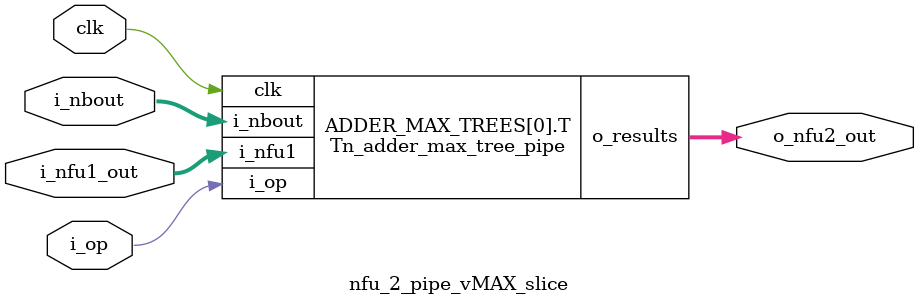
<source format=v>


module Tn_adder_max_tree_pipe (
        clk,
        i_nfu1,         // New multiplication data from NFU-1
        i_nbout,        // Partial SUM from NBOut
        i_op,
        o_results
    );


    parameter N     = 16;
    parameter Tn    = 1;
    parameter Ti    = 16;
    parameter N_OPS = 1;

    //----------- Input Ports ---------------//
    input                           clk;
    input [N_OPS-1:0]               i_op;

    input [(N*Ti)-1:0]           i_nfu1;   // Tn x Tn inputs
    input [N-1:0]                   i_nbout;     // Tn partial sums
    
    //----------- Output Ports ---------------//
    output [N-1:0]                  o_results;
    
    //----------- Internal Signals ---------------//
    
    // Adder tree connection wires
    wire [ (Ti*N/2)-1 : 0 ]        level_0_addr_out;    // 8 buses
    wire [ (Ti*N/4)-1 : 0 ]        level_1_addr_out;    // 4 busses
    wire [ (Ti*N/8)-1 : 0 ]        level_2_addr_out;    // 2 busses
    wire [ (Ti*N/16)-1 : 0 ]       level_3_addr_out;    // 1 bus
    
    wire [ (Ti*N/2)-1 : 0 ]        level_0_max_out;    // 8 buses
    wire [ (Ti*N/4)-1 : 0 ]        level_1_max_out;    // 4 busses
    wire [ (Ti*N/8)-1 : 0 ]        level_2_max_out;    // 2 busses
    wire [ (Ti*N/16)-1 : 0 ]       level_3_max_out;    // 1 bus


    wire [ (N-1) : 0 ]              partial_sum_out; // 1 bus from partial sum add
    wire [ (N-1) : 0 ]              partial_max_out; // 1 bus from partial sum add

    reg [ (Ti*N/4)-1 : 0 ]         level_1_reg;    // 4 busses pipe reg

    wire [ (Ti*N/4)-1 : 0 ]        op_to_reg;


    //------------------------------------------//
    //------------- Code Start -----------------//
    //------------------------------------------//
    // i_op == 0: Sum
    // i_op == 1: Max
    
    // Output
    assign o_results = (i_op) ? (partial_max_out) : (partial_sum_out);

    // Select addr or max to write to internal pip reg
    assign op_to_reg = (i_op) ? (level_1_max_out) : (level_1_addr_out);


    // Internal pipe register (2 pipe stages)
    always @(posedge clk) begin
        level_1_reg <= op_to_reg;
    end
    

    //---------- Adder Tree ------------/
    // Construct the adder tree
    adder_array #(.W(8), .N(16)) L0_A (i_nfu1, level_0_addr_out);
    adder_array #(.W(4), .N(16)) L1_A (level_0_addr_out, level_1_addr_out); // Separated here with pipeline reg
    adder_array #(.W(2), .N(16)) L2_A (level_1_reg, level_2_addr_out); // ---
    adder_array #(.W(1), .N(16)) L3_A (level_2_addr_out, level_3_addr_out); 
    
    // Level 4: 
    //     DianNao paper only mentions 16 x 15 adders in the tree. But since adders are only
    //     2 input, we have Tn (16) values per neuron to add (15 adders) plus the partial sum (16 adders)
    m_addr L4_A (level_3_addr_out, i_nbout, partial_sum_out);
    
    //------------ Max Tree -------------/
    // Construct the max tree
    max_array #(.W(8), .N(16)) L0_M (i_nfu1, level_0_max_out);
    max_array #(.W(4), .N(16)) L1_M (level_0_max_out, level_1_max_out); // Separated here with pipeline reg
    max_array #(.W(2), .N(16)) L2_M (level_1_reg, level_2_max_out); // ---
    max_array #(.W(1), .N(16)) L3_M (level_2_max_out, level_3_max_out); 

    max_op L4_M (level_3_max_out, i_nbout, partial_max_out);

    
endmodule 

module adder_array (
        i_vals,
        o_res
    );

    parameter W = 8;
    parameter N = 16;

    input   [(2*W*N) - 1 : 0] i_vals;
    output  [(W*N) - 1 : 0]   o_res;

    // Create W adders and add each pair of values from i_vals and store in o_res
    // (e.g., [0]+[1], [2]+[3] ... [W-2]+[W-1] )
    genvar j;
    generate
        for(j=0; j<W; j=j+1) begin : adder_array
            m_addr ADD_ARRAY (
                    i_vals  [ ((2*j)+1)*N - 1 : (2*j)*N       ],
                    i_vals  [ ((2*j)+2)*N - 1 : ((2*j)+1)*N   ],
                    o_res   [ (j+1)*N - 1     : j*N           ]
            );
        end
    endgenerate

endmodule

module max_array(
        i_vals,
        o_res
    );

    parameter W = 8;
    parameter N = 16;

    input   [(2*W*N) - 1 : 0] i_vals;
    output  [(W*N) - 1 : 0]   o_res;

    // Create W max ops for each pair of values from i_vals and store in o_res
    // (e.g., [0]>[1], [2]>[3] ... [W-2]>[W-1] )
    genvar j;
    generate
        for(j=0; j<W; j=j+1) begin : adder_array
            max_op MAX_ARRAY (
                    i_vals  [ ((2*j)+1)*N - 1 : (2*j)*N     ],
                    i_vals  [ ((2*j)+2)*N - 1 : ((2*j)+1)*N ],
                    o_res   [ (j+1)*N - 1     : j*N         ]
            ); 
        end
    endgenerate

endmodule

module max_op (
        i_A,
        i_B,
        o_C
    );

    parameter N = 16;

    input   [N-1:0]     i_A, i_B;
    output  [N-1:0]     o_C;

    assign o_C = (i_A > i_B) ? (i_A) : (i_B);


endmodule    

//---------------------------------------------//
// Main NFU-2 module
// v2 contains shifter + max op + mux
//---------------------------------------------//
module nfu_2_pipe_vMAX_slice (
        clk,
        i_nfu1_out,
        i_nbout,
        i_op,
        o_nfu2_out
    );

    parameter N     = 16;
    parameter Tn    = 1;
    parameter Ti    = 16;
    parameter N_OPS = 1;

    //----------- Input Ports ---------------//
    input clk;
    input [N_OPS-1:0]               i_op;
    input [ ((N*Tn*Ti) - 1) : 0 ]   i_nfu1_out;
    input [ ((N*Tn) - 1) : 0 ]      i_nbout;
    
    //----------- Output Ports ---------------//
    output [ ((N*Tn) - 1) : 0 ]     o_nfu2_out;
    
    //------------- Code Start -----------------//
    // Tn adder trees
    genvar i;
    generate
        for(i=0; i<Tn; i=i+1) begin : ADDER_MAX_TREES
            Tn_adder_max_tree_pipe T (
                clk,
                i_nfu1_out[ ((i+1)*Ti*N) - 1 : (i*Ti*N) ],
                i_nbout   [ ((i+1)*N) - 1    : (i*N) ],
                i_op,
                o_nfu2_out[ ((i+1)*N) - 1    : (i*N) ]
            );
        end
    endgenerate
    
endmodule // End module nfu_2








</source>
